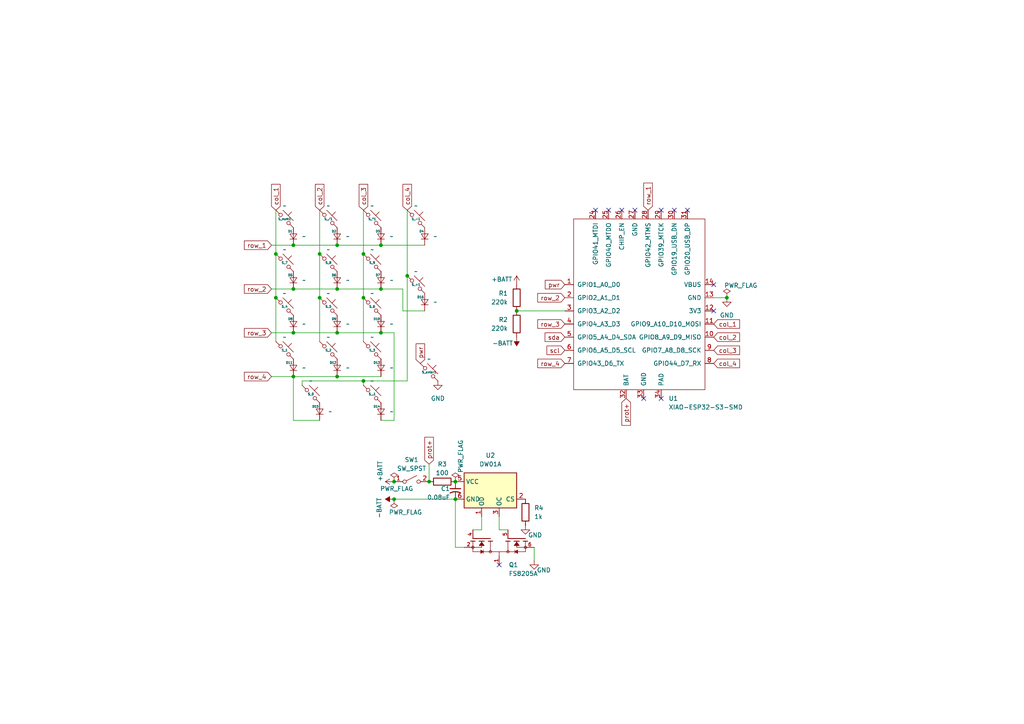
<source format=kicad_sch>
(kicad_sch (version 20250114) (generator "eeschema") (generator_version "9.0")
  (paper "A4")
  (lib_symbols
    (symbol "Battery_Management:DW01A"
      (property "Reference" "U" (at -6.604 6.35 0))
      (property "Value" "DW01A" (at 4.318 6.604 0))
      (symbol "DW01A_0_1"
        (pin power_in line (at -10.16 2.54 0) (length 2.54) (name "VCC") (number "5"))
        (pin power_in line (at -10.16 -2.54 0) (length 2.54) (name "GND") (number "6"))
        (pin output line (at -2.54 -7.62 90) (length 2.54) (name "OD") (number "1"))
        (pin output line (at 2.54 -7.62 90) (length 2.54) (name "OC") (number "3"))
        (pin input line (at 10.16 -2.54 180) (length 2.54) (name "CS") (number "2"))
      )
      (symbol "DW01A_1_1"
        (rectangle (start -7.62 5.08) (end 7.62 -5.08) (stroke (width 0.254)) (fill (type background)))
        (pin no_connect line (at 10.16 2.54 180) (length 2.54) (hide yes) (name "TD") (number "4"))
      )
    )
    (symbol "Device:C_Small_US" (pin_numbers (hide yes)) (pin_names (offset 0.254) (hide yes))
      (property "Reference" "C" (at 0.254 1.778 0))
      (property "Value" "C_Small_US" (at 0.254 -2.032 0))
      (symbol "C_Small_US_0_1"
        (polyline (pts (xy -1.524 0.508) (xy 1.524 0.508)) (stroke (width 0.3048)))
        (arc (start -1.524 -0.762) (mid 0 -0.3734) (end 1.524 -0.762) (stroke (width 0.3048)))
      )
      (symbol "C_Small_US_1_1"
        (pin passive line (at 0 2.54 270) (length 2.032) (name "~") (number "1"))
        (pin passive line (at 0 -2.54 90) (length 2.032) (name "~") (number "2"))
      )
    )
    (symbol "FS8205A:FS8205A" (pin_names (offset 1.016))
      (property "Reference" "Q" (at -11.43 7.62 0))
      (property "Value" "FS8205A" (at -11.43 -12.7 0))
      (symbol "FS8205A_0_0"
        (polyline (pts (xy -2.54 7.62) (xy -2.54 2.54)) (stroke (width 0.254)))
        (polyline (pts (xy -2.54 -2.54) (xy -2.54 -7.62)) (stroke (width 0.254)))
        (polyline (pts (xy -1.778 8.255) (xy -1.778 7.62)) (stroke (width 0.254)))
        (polyline (pts (xy -1.778 7.62) (xy -1.778 6.985)) (stroke (width 0.254)))
        (polyline (pts (xy -1.778 7.62) (xy 1.27 7.62)) (stroke (width 0.1524)))
        (polyline (pts (xy -1.778 5.842) (xy -1.778 5.08)) (stroke (width 0.254)))
        (polyline (pts (xy -1.778 5.08) (xy -1.778 4.318)) (stroke (width 0.254)))
        (polyline (pts (xy -1.778 5.08) (xy 0 5.08)) (stroke (width 0.1524)))
        (polyline (pts (xy -1.778 3.175) (xy -1.778 2.54)) (stroke (width 0.254)))
        (polyline (pts (xy -1.778 2.54) (xy -1.778 1.905)) (stroke (width 0.254)))
        (polyline (pts (xy -1.778 -1.905) (xy -1.778 -2.54)) (stroke (width 0.254)))
        (polyline (pts (xy -1.778 -2.54) (xy -1.778 -3.175)) (stroke (width 0.254)))
        (polyline (pts (xy -1.778 -2.54) (xy 1.27 -2.54)) (stroke (width 0.1524)))
        (polyline (pts (xy -1.778 -4.318) (xy -1.778 -5.08)) (stroke (width 0.254)))
        (polyline (pts (xy -1.778 -5.08) (xy -1.778 -5.842)) (stroke (width 0.254)))
        (polyline (pts (xy -1.778 -5.08) (xy 0 -5.08)) (stroke (width 0.1524)))
        (polyline (pts (xy -1.778 -6.985) (xy -1.778 -7.62)) (stroke (width 0.254)))
        (polyline (pts (xy -1.778 -7.62) (xy -1.778 -8.255)) (stroke (width 0.254)))
        (polyline (pts (xy -1.524 5.08) (xy -0.508 5.842) (xy -0.508 4.318) (xy -1.524 5.08)) (stroke (width 0.1524)) (fill (type outline)))
        (polyline (pts (xy -1.524 -5.08) (xy -0.508 -4.318) (xy -0.508 -5.842) (xy -1.524 -5.08)) (stroke (width 0.1524)) (fill (type outline)))
        (circle (center 0 7.62) (radius 0.3592))
        (polyline (pts (xy 0 7.62) (xy 0 5.08)) (stroke (width 0.1524)))
        (polyline (pts (xy 0 -5.08) (xy 0 -7.62)) (stroke (width 0.1524)))
        (polyline (pts (xy 0 -7.62) (xy -1.778 -7.62)) (stroke (width 0.1524)))
        (polyline (pts (xy 0 -7.62) (xy 1.27 -7.62)) (stroke (width 0.1524)))
        (circle (center 0 -7.62) (radius 0.3592))
        (polyline (pts (xy 0.762 4.572) (xy 1.27 4.572)) (stroke (width 0.1524)))
        (polyline (pts (xy 1.27 4.572) (xy 1.27 7.62)) (stroke (width 0.1524)))
        (polyline (pts (xy 1.27 4.572) (xy 1.778 4.572)) (stroke (width 0.1524)))
        (polyline (pts (xy 1.27 4.572) (xy 1.778 5.334) (xy 0.762 5.334) (xy 1.27 4.572)) (stroke (width 0.1524)) (fill (type outline)))
        (polyline (pts (xy 1.27 2.54) (xy -1.778 2.54)) (stroke (width 0.1524)))
        (polyline (pts (xy 1.27 2.54) (xy 1.27 4.572)) (stroke (width 0.1524)))
        (circle (center 1.27 2.54) (radius 0.3592))
        (polyline (pts (xy 1.27 0) (xy 1.27 2.54)) (stroke (width 0.1524)))
        (polyline (pts (xy 1.27 0) (xy 2.54 0)) (stroke (width 0.1524)))
        (polyline (pts (xy 1.27 -2.54) (xy 1.27 0)) (stroke (width 0.1524)))
        (polyline (pts (xy 1.27 -2.54) (xy 1.27 -4.572)) (stroke (width 0.1524)))
        (circle (center 1.27 -2.54) (radius 0.3592))
        (polyline (pts (xy 1.27 -4.572) (xy 0.762 -4.572)) (stroke (width 0.1524)))
        (polyline (pts (xy 1.27 -4.572) (xy 1.27 -7.62)) (stroke (width 0.1524)))
        (polyline (pts (xy 1.27 -4.572) (xy 0.762 -5.334) (xy 1.778 -5.334) (xy 1.27 -4.572)) (stroke (width 0.1524)) (fill (type outline)))
        (polyline (pts (xy 1.778 -4.572) (xy 1.27 -4.572)) (stroke (width 0.1524)))
        (pin passive line (at -5.08 2.54 0) (length 2.54) (name "~") (number "5"))
        (pin passive line (at -5.08 -7.62 0) (length 2.54) (name "~") (number "4"))
        (pin passive line (at 0 10.16 270) (length 2.54) (name "~") (number "6"))
        (pin passive line (at 0 10.16 270) (length 2.54) (hide yes) (name "~") (number "7"))
        (pin passive line (at 0 -10.16 90) (length 2.54) (name "~") (number "2"))
        (pin passive line (at 0 -10.16 90) (length 2.54) (hide yes) (name "~") (number "3"))
        (pin passive line (at 5.08 0 180) (length 2.54) (name "~") (number "1"))
        (pin passive line (at 5.08 0 180) (length 2.54) (hide yes) (name "~") (number "8"))
      )
    )
    (symbol "ScottoKeebs:Placeholder_Diode" (pin_numbers (hide yes)) (pin_names (hide yes))
      (property "Reference" "D" (at -0.15 1.066 0))
      (symbol "Placeholder_Diode_0_1"
        (polyline (pts (xy 0 -0.762) (xy 0 0.762)))
      )
      (symbol "Placeholder_Diode_1_1"
        (polyline (pts (xy 1.016 0.762) (xy 0 -0.762) (xy -1.016 0.762) (xy 1.016 0.762)) (stroke (width 0.1524)))
        (polyline (pts (xy 1.016 -0.762) (xy -1.016 -0.762)) (stroke (width 0.1524)))
        (pin passive line (at 0 2.54 270) (length 1.778) (name "A") (number "2"))
        (pin passive line (at 0 -2.54 90) (length 1.778) (name "K") (number "1"))
      )
    )
    (symbol "ScottoKeebs:Placeholder_Keyswitch" (pin_numbers (hide yes)) (pin_names (offset 1.016) (hide yes))
      (property "Reference" "S" (at 0 0 0))
      (symbol "Placeholder_Keyswitch_0_1"
        (polyline (pts (xy -2.54 2.54) (xy -1.524 1.524) (xy -1.524 1.524)))
        (circle (center -1.1684 1.1684) (radius 0.508))
        (polyline (pts (xy -0.508 2.54) (xy 2.54 -0.508)))
        (polyline (pts (xy 1.016 1.016) (xy 2.032 2.032)))
        (circle (center 1.143 -1.1938) (radius 0.508))
        (polyline (pts (xy 1.524 -1.524) (xy 2.54 -2.54) (xy 2.54 -2.54) (xy 2.54 -2.54)))
        (pin passive line (at -2.54 2.54 0) (length 0) (name "1") (number "1"))
        (pin passive line (at 2.54 -2.54 180) (length 0) (name "2") (number "2"))
      )
    )
    (symbol "Switch:SW_SPST" (pin_names (offset 0) (hide yes))
      (property "Reference" "SW" (at 0 3.175 0))
      (property "Value" "SW_SPST" (at 0 -2.54 0))
      (symbol "SW_SPST_0_0"
        (circle (center -2.032 0) (radius 0.508))
        (polyline (pts (xy -1.524 0.254) (xy 1.524 1.778)))
        (circle (center 2.032 0) (radius 0.508))
      )
      (symbol "SW_SPST_1_1"
        (pin passive line (at -5.08 0 0) (length 2.54) (name "A") (number "1"))
        (pin passive line (at 5.08 0 180) (length 2.54) (name "B") (number "2"))
      )
    )
    (symbol "keyboard:Placeholder_Resistor" (pin_numbers (hide yes)) (pin_names (offset 0))
      (property "Reference" "R" (at 0 2.032 0))
      (property "Value" "Resistor" (at 0 -2.54 0))
      (symbol "Placeholder_Resistor_0_1"
        (rectangle (start 2.54 -1.016) (end -2.54 1.016) (stroke (width 0.254)))
      )
      (symbol "Placeholder_Resistor_1_1"
        (pin passive line (at -3.81 0 0) (length 1.27) (name "~") (number "1"))
        (pin passive line (at 3.81 0 180) (length 1.27) (name "~") (number "2"))
      )
    )
    (symbol "power:+BATT" (power) (pin_numbers (hide yes)) (pin_names (offset 0) (hide yes))
      (property "Value" "+BATT" (at 0 3.556 0))
      (symbol "+BATT_0_1"
        (polyline (pts (xy -0.762 1.27) (xy 0 2.54)))
        (polyline (pts (xy 0 2.54) (xy 0.762 1.27)))
        (polyline (pts (xy 0 0) (xy 0 2.54)))
      )
      (symbol "+BATT_1_1"
        (pin power_in line (at 0 0 90) (length 0) (name "~") (number "1"))
      )
    )
    (symbol "power:-BATT" (power) (pin_numbers (hide yes)) (pin_names (offset 0) (hide yes))
      (property "Value" "-BATT" (at 0 3.556 0))
      (symbol "-BATT_0_1"
        (polyline (pts (xy 0 0) (xy 0 2.54)))
        (polyline (pts (xy 0.762 1.27) (xy -0.762 1.27) (xy 0 2.54) (xy 0.762 1.27)) (fill (type outline)))
      )
      (symbol "-BATT_1_1"
        (pin power_in line (at 0 0 90) (length 0) (name "~") (number "1"))
      )
    )
    (symbol "power:GND" (power) (pin_numbers (hide yes)) (pin_names (offset 0) (hide yes))
      (property "Value" "GND" (at 0 -3.81 0))
      (symbol "GND_0_1"
        (polyline (pts (xy 0 0) (xy 0 -1.27) (xy 1.27 -1.27) (xy 0 -2.54) (xy -1.27 -1.27) (xy 0 -1.27)))
      )
      (symbol "GND_1_1"
        (pin power_in line (at 0 0 270) (length 0) (name "~") (number "1"))
      )
    )
    (symbol "power:PWR_FLAG" (power) (pin_numbers (hide yes)) (pin_names (offset 0) (hide yes))
      (property "Value" "PWR_FLAG" (at 0 3.81 0))
      (symbol "PWR_FLAG_0_0"
        (pin power_out line (at 0 0 90) (length 0) (name "~") (number "1"))
      )
      (symbol "PWR_FLAG_0_1"
        (polyline (pts (xy 0 0) (xy 0 1.27) (xy -1.016 1.905) (xy 0 2.54) (xy 1.016 1.905) (xy 0 1.27)))
      )
    )
    (symbol "seeed_esp32:XIAO-ESP32-S3-SMD" (pin_names (offset 1.016))
      (property "Reference" "U" (at -18.542 23.114 0))
      (property "Value" "XIAO-ESP32-S3-SMD" (at -8.382 21.336 0))
      (symbol "XIAO-ESP32-S3-SMD_0_1"
        (rectangle (start -19.05 20.32) (end 19.05 -29.21))
      )
      (symbol "XIAO-ESP32-S3-SMD_1_0"
        (pin passive line (at -21.59 1.27 0) (length 2.54) (name "GPIO1_A0_D0") (number "1"))
        (pin passive line (at -21.59 -2.54 0) (length 2.54) (name "GPIO2_A1_D1") (number "2"))
        (pin passive line (at -21.59 -6.35 0) (length 2.54) (name "GPIO3_A2_D2") (number "3"))
        (pin passive line (at -21.59 -10.16 0) (length 2.54) (name "GPIO4_A3_D3") (number "4"))
        (pin passive line (at -21.59 -13.97 0) (length 2.54) (name "GPIO5_A4_D4_SDA") (number "5"))
        (pin passive line (at -21.59 -17.78 0) (length 2.54) (name "GPIO6_A5_D5_SCL") (number "6"))
        (pin passive line (at -21.59 -21.59 0) (length 2.54) (name "GPIO43_D6_TX") (number "7"))
        (pin passive line (at 21.59 1.27 180) (length 2.54) (name "VBUS") (number "14"))
        (pin passive line (at 21.59 -2.54 180) (length 2.54) (name "GND") (number "13"))
        (pin passive line (at 21.59 -6.35 180) (length 2.54) (name "3V3") (number "12"))
        (pin passive line (at 21.59 -10.16 180) (length 2.54) (name "GPIO9_A10_D10_MOSI") (number "11"))
        (pin passive line (at 21.59 -13.97 180) (length 2.54) (name "GPIO8_A9_D9_MISO") (number "10"))
        (pin passive line (at 21.59 -17.78 180) (length 2.54) (name "GPIO7_A8_D8_SCK") (number "9"))
        (pin passive line (at 21.59 -21.59 180) (length 2.54) (name "GPIO44_D7_RX") (number "8"))
      )
      (symbol "XIAO-ESP32-S3-SMD_1_1"
        (pin passive line (at -12.7 22.86 270) (length 2.54) (name "GPIO41_MTDI") (number "24"))
        (pin passive line (at -8.89 22.86 270) (length 2.54) (name "GPIO40_MTDO") (number "25"))
        (pin passive line (at -5.08 22.86 270) (length 2.54) (name "CHIP_EN") (number "26"))
        (pin passive line (at -3.81 -31.75 90) (length 2.54) (name "BAT") (number "32"))
        (pin passive line (at -1.27 22.86 270) (length 2.54) (name "GND") (number "27"))
        (pin passive line (at 1.27 -31.75 90) (length 2.54) (name "GND") (number "33"))
        (pin passive line (at 2.54 22.86 270) (length 2.54) (name "GPIO42_MTMS") (number "28"))
        (pin passive line (at 6.35 22.86 270) (length 2.54) (name "GPIO39_MTCK") (number "29"))
        (pin passive line (at 6.35 -31.75 90) (length 2.54) (name "PAD") (number "34"))
        (pin passive line (at 10.16 22.86 270) (length 2.54) (name "GPIO19_USB_DN") (number "30"))
        (pin passive line (at 13.97 22.86 270) (length 2.54) (name "GPIO20_USB_DP") (number "31"))
      )
    )
  )
  (junction (at 110.49 96.52))
  (junction (at 92.71 86.36))
  (junction (at 80.01 73.66))
  (junction (at 92.71 73.66))
  (junction (at 114.3 139.7))
  (junction (at 132.08 139.7))
  (junction (at 85.09 96.52))
  (junction (at 118.11 80.01))
  (junction (at 97.79 71.12))
  (junction (at 110.49 71.12))
  (junction (at 110.49 83.82))
  (junction (at 105.41 110.49))
  (junction (at 105.41 86.36))
  (junction (at 97.79 96.52))
  (junction (at 149.86 90.17))
  (junction (at 114.3 144.78))
  (junction (at 85.09 83.82))
  (junction (at 80.01 86.36))
  (junction (at 210.82 86.36))
  (junction (at 85.09 109.22))
  (junction (at 97.79 83.82))
  (junction (at 85.09 71.12))
  (junction (at 132.08 144.78))
  (junction (at 105.41 73.66))
  (junction (at 124.46 139.7))
  (junction (at 97.79 109.22))
  (no_connect (at 184.15 60.96))
  (no_connect (at 207.01 90.17))
  (no_connect (at 195.58 60.96))
  (no_connect (at 191.77 115.57))
  (no_connect (at 172.72 60.96))
  (no_connect (at 186.69 115.57))
  (no_connect (at 207.01 82.55))
  (no_connect (at 191.77 60.96))
  (no_connect (at 176.53 60.96))
  (no_connect (at 180.34 60.96))
  (no_connect (at 144.78 163.83))
  (no_connect (at 199.39 60.96))
  (wire (pts (xy 132.08 158.75) (xy 132.08 144.78)))
  (wire (pts (xy 85.09 109.22) (xy 85.09 121.92)))
  (wire (pts (xy 147.32 153.67) (xy 144.78 153.67)))
  (wire (pts (xy 134.62 158.75) (xy 132.08 158.75)))
  (wire (pts (xy 92.71 73.66) (xy 92.71 86.36)))
  (wire (pts (xy 114.3 121.92) (xy 110.49 121.92)))
  (wire (pts (xy 92.71 60.96) (xy 92.71 73.66)))
  (wire (pts (xy 139.7 153.67) (xy 139.7 149.86)))
  (wire (pts (xy 110.49 83.82) (xy 116.84 83.82)))
  (wire (pts (xy 105.41 110.49) (xy 105.41 111.76)))
  (wire (pts (xy 114.3 96.52) (xy 114.3 121.92)))
  (wire (pts (xy 149.86 90.17) (xy 163.83 90.17)))
  (wire (pts (xy 85.09 71.12) (xy 97.79 71.12)))
  (wire (pts (xy 87.63 111.76) (xy 87.63 110.49)))
  (wire (pts (xy 78.74 96.52) (xy 85.09 96.52)))
  (wire (pts (xy 118.11 110.49) (xy 105.41 110.49)))
  (wire (pts (xy 80.01 73.66) (xy 80.01 86.36)))
  (wire (pts (xy 105.41 86.36) (xy 105.41 99.06)))
  (wire (pts (xy 78.74 71.12) (xy 85.09 71.12)))
  (wire (pts (xy 78.74 83.82) (xy 85.09 83.82)))
  (wire (pts (xy 80.01 60.96) (xy 80.01 73.66)))
  (wire (pts (xy 137.16 153.67) (xy 139.7 153.67)))
  (wire (pts (xy 87.63 110.49) (xy 105.41 110.49)))
  (wire (pts (xy 114.3 144.78) (xy 132.08 144.78)))
  (wire (pts (xy 85.09 109.22) (xy 97.79 109.22)))
  (wire (pts (xy 105.41 73.66) (xy 105.41 86.36)))
  (wire (pts (xy 80.01 86.36) (xy 80.01 99.06)))
  (wire (pts (xy 97.79 109.22) (xy 110.49 109.22)))
  (wire (pts (xy 97.79 96.52) (xy 110.49 96.52)))
  (wire (pts (xy 85.09 96.52) (xy 97.79 96.52)))
  (wire (pts (xy 85.09 121.92) (xy 92.71 121.92)))
  (wire (pts (xy 207.01 86.36) (xy 210.82 86.36)))
  (wire (pts (xy 144.78 153.67) (xy 144.78 149.86)))
  (wire (pts (xy 154.94 158.75) (xy 154.94 162.56)))
  (wire (pts (xy 78.74 109.22) (xy 85.09 109.22)))
  (wire (pts (xy 110.49 71.12) (xy 123.19 71.12)))
  (wire (pts (xy 97.79 71.12) (xy 110.49 71.12)))
  (wire (pts (xy 85.09 83.82) (xy 97.79 83.82)))
  (wire (pts (xy 124.46 134.62) (xy 124.46 139.7)))
  (wire (pts (xy 97.79 83.82) (xy 110.49 83.82)))
  (wire (pts (xy 92.71 86.36) (xy 92.71 99.06)))
  (wire (pts (xy 118.11 80.01) (xy 118.11 110.49)))
  (wire (pts (xy 110.49 96.52) (xy 114.3 96.52)))
  (wire (pts (xy 105.41 60.96) (xy 105.41 73.66)))
  (wire (pts (xy 116.84 90.17) (xy 123.19 90.17)))
  (wire (pts (xy 118.11 60.96) (xy 118.11 80.01)))
  (wire (pts (xy 116.84 83.82) (xy 116.84 90.17)))
  (global_label "pwr" (shape input) (at 121.92 105.41 90) (property "Intersheetrefs" "${INTERSHEET_REFS}" (effects (hide yes))))
  (global_label "scl" (shape input) (at 163.83 101.6 180) (property "Intersheetrefs" "${INTERSHEET_REFS}" (effects (hide yes))))
  (global_label "col_3" (shape input) (at 105.41 60.96 90) (property "Intersheetrefs" "${INTERSHEET_REFS}" (effects (hide yes))))
  (global_label "prot+" (shape input) (at 181.61 115.57 270) (property "Intersheetrefs" "${INTERSHEET_REFS}" (effects (hide yes))))
  (global_label "row_2" (shape input) (at 163.83 86.36 180) (property "Intersheetrefs" "${INTERSHEET_REFS}" (effects (hide yes))))
  (global_label "row_2" (shape input) (at 78.74 83.82 180) (property "Intersheetrefs" "${INTERSHEET_REFS}" (effects (hide yes))))
  (global_label "col_2" (shape input) (at 207.01 97.79 0) (property "Intersheetrefs" "${INTERSHEET_REFS}" (effects (hide yes))))
  (global_label "col_3" (shape input) (at 207.01 101.6 0) (property "Intersheetrefs" "${INTERSHEET_REFS}" (effects (hide yes))))
  (global_label "row_4" (shape input) (at 78.74 109.22 180) (property "Intersheetrefs" "${INTERSHEET_REFS}" (effects (hide yes))))
  (global_label "row_3" (shape input) (at 78.74 96.52 180) (property "Intersheetrefs" "${INTERSHEET_REFS}" (effects (hide yes))))
  (global_label "prot+" (shape input) (at 124.46 134.62 90) (property "Intersheetrefs" "${INTERSHEET_REFS}" (effects (hide yes))))
  (global_label "pwr" (shape input) (at 163.83 82.55 180) (property "Intersheetrefs" "${INTERSHEET_REFS}" (effects (hide yes))))
  (global_label "row_1" (shape input) (at 187.96 60.96 90) (property "Intersheetrefs" "${INTERSHEET_REFS}" (effects (hide yes))))
  (global_label "row_3" (shape input) (at 163.83 93.98 180) (property "Intersheetrefs" "${INTERSHEET_REFS}" (effects (hide yes))))
  (global_label "row_1" (shape input) (at 78.74 71.12 180) (property "Intersheetrefs" "${INTERSHEET_REFS}" (effects (hide yes))))
  (global_label "col_2" (shape input) (at 92.71 60.96 90) (property "Intersheetrefs" "${INTERSHEET_REFS}" (effects (hide yes))))
  (global_label "col_4" (shape input) (at 207.01 105.41 0) (property "Intersheetrefs" "${INTERSHEET_REFS}" (effects (hide yes))))
  (global_label "col_4" (shape input) (at 118.11 60.96 90) (property "Intersheetrefs" "${INTERSHEET_REFS}" (effects (hide yes))))
  (global_label "row_4" (shape input) (at 163.83 105.41 180) (property "Intersheetrefs" "${INTERSHEET_REFS}" (effects (hide yes))))
  (global_label "sda" (shape input) (at 163.83 97.79 180) (property "Intersheetrefs" "${INTERSHEET_REFS}" (effects (hide yes))))
  (global_label "col_1" (shape input) (at 80.01 60.96 90) (property "Intersheetrefs" "${INTERSHEET_REFS}" (effects (hide yes))))
  (global_label "col_1" (shape input) (at 207.01 93.98 0) (property "Intersheetrefs" "${INTERSHEET_REFS}" (effects (hide yes))))
  (symbol (lib_id "seeed_esp32:XIAO-ESP32-S3-SMD") (at 185.42 83.82 0) (unit 1)
    (property "Reference" "U1" (at 193.9133 115.57 0) (effects (justify left)))
    (property "Value" "XIAO-ESP32-S3-SMD" (at 193.9133 118.11 0) (effects (justify left)))
    (property "Footprint" "Seeed_Studio_XIAO_Series:XIAO-ESP32-S3-SMD" (effects (hide yes)))
  )
  (symbol (lib_id "ScottoKeebs:Placeholder_Diode") (at 97.79 81.28 0) (unit 1)
    (property "Reference" "D6" (at 97.64 80.214 0) (effects (font (size 0.635 0.635) (thickness 0.127) (bold yes)) (justify right bottom)))
    (property "Value" "~" (at 100.33 81.28 0) (effects (justify left)))
  )
  (symbol (lib_id "keyboard:Placeholder_Resistor") (at 149.86 86.36 270) (mirror x) (unit 1)
    (property "Reference" "R1" (at 147.32 85.0899 90) (effects (justify right)))
    (property "Value" "220k" (at 147.32 87.6299 90) (effects (justify right)))
    (property "Description" "Resistor" (effects (hide yes)))
  )
  (symbol (lib_id "ScottoKeebs:Placeholder_Keyswitch") (at 82.55 101.6 0) (unit 1)
    (property "Reference" "S_1" (at 82.55 101.6 0) (effects (font (size 0.635 0.635) (thickness 0.127) (bold yes))))
    (property "Value" "~" (at 82.55 97.79 0))
  )
  (symbol (lib_id "ScottoKeebs:Placeholder_Diode") (at 85.09 81.28 0) (unit 1)
    (property "Reference" "D5" (at 84.94 80.214 0) (effects (font (size 0.635 0.635) (thickness 0.127) (bold yes)) (justify right bottom)))
    (property "Value" "~" (at 87.63 81.28 0) (effects (justify left)))
  )
  (symbol (lib_id "ScottoKeebs:Placeholder_Keyswitch") (at 82.55 76.2 0) (unit 1)
    (property "Reference" "S_7" (at 82.55 76.2 0) (effects (font (size 0.635 0.635) (thickness 0.127) (bold yes))))
    (property "Value" "~" (at 82.55 72.39 0))
  )
  (symbol (lib_id "power:PWR_FLAG") (at 114.3 139.7 0) (unit 1)
    (property "Reference" "#FLG01" (effects (hide yes)))
    (property "Value" "PWR_FLAG" (at 115.062 141.732 0))
    (property "Description" "Special symbol for telling ERC where power comes from" (effects (hide yes)))
  )
  (symbol (lib_id "ScottoKeebs:Placeholder_Diode") (at 110.49 68.58 0) (unit 1)
    (property "Reference" "D3" (at 110.34 67.514 0) (effects (font (size 0.635 0.635) (thickness 0.127) (bold yes)) (justify right bottom)))
    (property "Value" "~" (at 113.03 68.58 0) (effects (justify left)))
  )
  (symbol (lib_id "ScottoKeebs:Placeholder_Keyswitch") (at 95.25 76.2 0) (unit 1)
    (property "Reference" "S_8" (at 95.25 76.2 0) (effects (font (size 0.635 0.635) (thickness 0.127) (bold yes))))
    (property "Value" "~" (at 95.25 72.39 0))
  )
  (symbol (lib_id "ScottoKeebs:Placeholder_Diode") (at 85.09 68.58 0) (unit 1)
    (property "Reference" "D1" (at 84.94 67.514 0) (effects (font (size 0.635 0.635) (thickness 0.127) (bold yes)) (justify right bottom)))
    (property "Value" "~" (at 87.63 68.58 0) (effects (justify left)))
  )
  (symbol (lib_id "ScottoKeebs:Placeholder_Keyswitch") (at 107.95 114.3 0) (unit 1)
    (property "Reference" "S_.1" (at 107.95 114.3 0) (effects (font (size 0.635 0.635) (thickness 0.127) (bold yes))))
    (property "Value" "~" (at 107.95 110.49 0))
  )
  (symbol (lib_id "ScottoKeebs:Placeholder_Keyswitch") (at 107.95 76.2 0) (unit 1)
    (property "Reference" "S_9" (at 107.95 76.2 0) (effects (font (size 0.635 0.635) (thickness 0.127) (bold yes))))
    (property "Value" "~" (at 107.95 72.39 0))
  )
  (symbol (lib_id "ScottoKeebs:Placeholder_Diode") (at 110.49 106.68 0) (unit 1)
    (property "Reference" "D13" (at 110.34 105.614 0) (effects (font (size 0.635 0.635) (thickness 0.127) (bold yes)) (justify right bottom)))
    (property "Value" "~" (at 113.03 106.68 0) (effects (justify left)))
  )
  (symbol (lib_id "ScottoKeebs:Placeholder_Keyswitch") (at 82.55 88.9 0) (unit 1)
    (property "Reference" "S_4" (at 82.55 88.9 0) (effects (font (size 0.635 0.635) (thickness 0.127) (bold yes))))
    (property "Value" "~" (at 82.55 85.09 0))
  )
  (symbol (lib_id "keyboard:Placeholder_Resistor") (at 149.86 93.98 270) (mirror x) (unit 1)
    (property "Reference" "R2" (at 147.32 92.7099 90) (effects (justify right)))
    (property "Value" "220k" (at 147.32 95.2499 90) (effects (justify right)))
    (property "Description" "Resistor" (effects (hide yes)))
  )
  (symbol (lib_id "power:+BATT") (at 149.86 82.55 0) (unit 1)
    (property "Reference" "#PWR05" (effects (hide yes)))
    (property "Value" "+BATT" (at 145.542 81.026 0))
    (property "Description" "Power symbol creates a global label with name \"+BATT\"" (effects (hide yes)))
  )
  (symbol (lib_id "keyboard:Placeholder_Resistor") (at 152.4 148.59 90) (unit 1)
    (property "Reference" "R4" (at 154.94 147.3199 90) (effects (justify right)))
    (property "Value" "1k" (at 154.94 149.8599 90) (effects (justify right)))
    (property "Description" "Resistor" (effects (hide yes)))
  )
  (symbol (lib_id "ScottoKeebs:Placeholder_Diode") (at 85.09 93.98 0) (unit 1)
    (property "Reference" "D8" (at 84.94 92.914 0) (effects (font (size 0.635 0.635) (thickness 0.127) (bold yes)) (justify right bottom)))
    (property "Value" "~" (at 87.63 93.98 0) (effects (justify left)))
  )
  (symbol (lib_id "ScottoKeebs:Placeholder_Diode") (at 110.49 81.28 0) (unit 1)
    (property "Reference" "D7" (at 110.34 80.214 0) (effects (font (size 0.635 0.635) (thickness 0.127) (bold yes)) (justify right bottom)))
    (property "Value" "~" (at 113.03 81.28 0) (effects (justify left)))
  )
  (symbol (lib_id "power:GND") (at 154.94 162.56 0) (unit 1)
    (property "Reference" "#PWR08" (effects (hide yes)))
    (property "Value" "GND" (at 157.734 165.354 0))
    (property "Description" "Power symbol creates a global label with name \"GND\" , ground" (effects (hide yes)))
  )
  (symbol (lib_id "power:GND") (at 210.82 86.36 0) (unit 1)
    (property "Reference" "#PWR02" (effects (hide yes)))
    (property "Value" "GND" (at 210.82 91.44 0))
    (property "Description" "Power symbol creates a global label with name \"GND\" , ground" (effects (hide yes)))
  )
  (symbol (lib_id "ScottoKeebs:Placeholder_Keyswitch") (at 120.65 63.5 0) (unit 1)
    (property "Reference" "S_-1" (at 120.65 63.5 0) (effects (font (size 0.635 0.635) (thickness 0.127) (bold yes))))
    (property "Value" "~" (at 120.65 59.69 0))
  )
  (symbol (lib_id "ScottoKeebs:Placeholder_Diode") (at 123.19 87.63 0) (unit 1)
    (property "Reference" "D16" (at 123.04 86.564 0) (effects (font (size 0.635 0.635) (thickness 0.127) (bold yes)) (justify right bottom)))
    (property "Value" "~" (at 125.73 87.63 0) (effects (justify left)))
  )
  (symbol (lib_id "FS8205A:FS8205A") (at 144.78 158.75 270) (unit 1)
    (property "Reference" "Q1" (at 147.5487 163.83 90) (effects (justify left)))
    (property "Value" "FS8205A" (at 147.5487 166.37 90) (effects (justify left)))
    (property "Footprint" "FS8205A:SOP65P640X120-8N" (effects (hide yes)))
    (property "MF" "Fortune Semiconductor" (effects (hide yes)))
    (property "MAXIMUM_PACKAGE_HEIGHT" "1.2mm" (effects (hide yes)))
    (property "Package" "Package" (effects (hide yes)))
    (property "Price" "None" (effects (hide yes)))
    (property "Check_prices" "https://www.snapeda.com/parts/FS8205A/Fortune+Semiconductor/view-part/?ref=eda" (effects (hide yes)))
    (property "STANDARD" "IPC 7351B" (effects (hide yes)))
    (property "PARTREV" "1.7" (effects (hide yes)))
    (property "SnapEDA_Link" "https://www.snapeda.com/parts/FS8205A/Fortune+Semiconductor/view-part/?ref=snap" (effects (hide yes)))
    (property "MP" "FS8205A" (effects (hide yes)))
    (property "Availability" "In Stock" (effects (hide yes)))
    (property "MANUFACTURER" "Fortune Semiconductor" (effects (hide yes)))
  )
  (symbol (lib_id "ScottoKeebs:Placeholder_Keyswitch") (at 124.46 107.95 0) (unit 1)
    (property "Reference" "S_enter1" (at 124.46 107.95 0) (effects (font (size 0.635 0.635) (thickness 0.127) (bold yes))))
    (property "Value" "~" (at 124.46 104.14 0))
  )
  (symbol (lib_id "ScottoKeebs:Placeholder_Keyswitch") (at 107.95 88.9 0) (unit 1)
    (property "Reference" "S_6" (at 107.95 88.9 0) (effects (font (size 0.635 0.635) (thickness 0.127) (bold yes))))
    (property "Value" "~" (at 107.95 85.09 0))
  )
  (symbol (lib_id "ScottoKeebs:Placeholder_Keyswitch") (at 95.25 88.9 0) (unit 1)
    (property "Reference" "S_5" (at 95.25 88.9 0) (effects (font (size 0.635 0.635) (thickness 0.127) (bold yes))))
    (property "Value" "~" (at 95.25 85.09 0))
  )
  (symbol (lib_id "ScottoKeebs:Placeholder_Keyswitch") (at 90.17 114.3 0) (unit 1)
    (property "Reference" "S_0" (at 90.17 114.3 0) (effects (font (size 0.635 0.635) (thickness 0.127) (bold yes))))
    (property "Value" "~" (at 90.17 110.49 0))
  )
  (symbol (lib_id "ScottoKeebs:Placeholder_Diode") (at 97.79 93.98 0) (unit 1)
    (property "Reference" "D9" (at 97.64 92.914 0) (effects (font (size 0.635 0.635) (thickness 0.127) (bold yes)) (justify right bottom)))
    (property "Value" "~" (at 100.33 93.98 0) (effects (justify left)))
  )
  (symbol (lib_id "power:-BATT") (at 149.86 97.79 0) (mirror x) (unit 1)
    (property "Reference" "#PWR06" (effects (hide yes)))
    (property "Value" "-BATT" (at 145.796 99.568 0))
    (property "Description" "Power symbol creates a global label with name \"-BATT\"" (effects (hide yes)))
  )
  (symbol (lib_id "ScottoKeebs:Placeholder_Diode") (at 110.49 93.98 0) (unit 1)
    (property "Reference" "D10" (at 110.34 92.914 0) (effects (font (size 0.635 0.635) (thickness 0.127) (bold yes)) (justify right bottom)))
    (property "Value" "~" (at 113.03 93.98 0) (effects (justify left)))
  )
  (symbol (lib_id "ScottoKeebs:Placeholder_Keyswitch") (at 107.95 101.6 0) (unit 1)
    (property "Reference" "S_3" (at 107.95 101.6 0) (effects (font (size 0.635 0.635) (thickness 0.127) (bold yes))))
    (property "Value" "~" (at 107.95 97.79 0))
  )
  (symbol (lib_id "Switch:SW_SPST") (at 119.38 139.7 0) (unit 1)
    (property "Reference" "SW1" (at 119.38 133.35 0))
    (property "Value" "SW_SPST" (at 119.38 135.89 0))
    (property "Description" "Single Pole Single Throw (SPST) switch" (effects (hide yes)))
  )
  (symbol (lib_id "ScottoKeebs:Placeholder_Diode") (at 110.49 119.38 0) (unit 1)
    (property "Reference" "D14" (at 110.34 118.314 0) (effects (font (size 0.635 0.635) (thickness 0.127) (bold yes)) (justify right bottom)))
    (property "Value" "~" (at 113.03 119.38 0) (effects (justify left)))
  )
  (symbol (lib_id "ScottoKeebs:Placeholder_Keyswitch") (at 107.95 63.5 0) (unit 1)
    (property "Reference" "S_*1" (at 107.95 63.5 0) (effects (font (size 0.635 0.635) (thickness 0.127) (bold yes))))
    (property "Value" "~" (at 107.95 59.69 0))
  )
  (symbol (lib_id "power:GND") (at 127 110.49 0) (unit 1)
    (property "Reference" "#PWR01" (effects (hide yes)))
    (property "Value" "GND" (at 127 115.57 0))
    (property "Description" "Power symbol creates a global label with name \"GND\" , ground" (effects (hide yes)))
  )
  (symbol (lib_id "ScottoKeebs:Placeholder_Diode") (at 97.79 68.58 0) (unit 1)
    (property "Reference" "D2" (at 97.64 67.514 0) (effects (font (size 0.635 0.635) (thickness 0.127) (bold yes)) (justify right bottom)))
    (property "Value" "~" (at 100.33 68.58 0) (effects (justify left)))
  )
  (symbol (lib_id "power:PWR_FLAG") (at 132.08 139.7 0) (unit 1)
    (property "Reference" "#FLG05" (effects (hide yes)))
    (property "Value" "PWR_FLAG" (at 133.604 132.334 90))
    (property "Description" "Special symbol for telling ERC where power comes from" (effects (hide yes)))
  )
  (symbol (lib_id "power:PWR_FLAG") (at 114.3 144.78 180) (unit 1)
    (property "Reference" "#FLG02" (effects (hide yes)))
    (property "Value" "PWR_FLAG" (at 117.602 148.59 0))
    (property "Description" "Special symbol for telling ERC where power comes from" (effects (hide yes)))
  )
  (symbol (lib_id "ScottoKeebs:Placeholder_Diode") (at 123.19 68.58 0) (unit 1)
    (property "Reference" "D4" (at 123.04 67.514 0) (effects (font (size 0.635 0.635) (thickness 0.127) (bold yes)) (justify right bottom)))
    (property "Value" "~" (at 125.73 68.58 0) (effects (justify left)))
  )
  (symbol (lib_id "Device:C_Small_US") (at 132.08 142.24 0) (unit 1)
    (property "Reference" "C1" (at 130.556 141.732 0) (effects (justify right)))
    (property "Value" "0.08uF" (at 130.556 144.272 0) (effects (justify right)))
    (property "Description" "capacitor, small US symbol" (effects (hide yes)))
  )
  (symbol (lib_id "keyboard:Placeholder_Resistor") (at 128.27 139.7 0) (unit 1)
    (property "Reference" "R3" (at 128.27 134.62 0))
    (property "Value" "100" (at 128.27 137.16 0))
    (property "Description" "Resistor" (effects (hide yes)))
  )
  (symbol (lib_id "ScottoKeebs:Placeholder_Diode") (at 97.79 106.68 0) (unit 1)
    (property "Reference" "D12" (at 97.64 105.614 0) (effects (font (size 0.635 0.635) (thickness 0.127) (bold yes)) (justify right bottom)))
    (property "Value" "~" (at 100.33 106.68 0) (effects (justify left)))
  )
  (symbol (lib_id "power:PWR_FLAG") (at 210.82 86.36 0) (unit 1)
    (property "Reference" "#FLG04" (effects (hide yes)))
    (property "Value" "PWR_FLAG" (at 214.884 82.804 0))
    (property "Description" "Special symbol for telling ERC where power comes from" (effects (hide yes)))
  )
  (symbol (lib_id "ScottoKeebs:Placeholder_Keyswitch") (at 95.25 101.6 0) (unit 1)
    (property "Reference" "S_2" (at 95.25 101.6 0) (effects (font (size 0.635 0.635) (thickness 0.127) (bold yes))))
    (property "Value" "~" (at 95.25 97.79 0))
  )
  (symbol (lib_id "Battery_Management:DW01A") (at 142.24 142.24 0) (unit 1)
    (property "Reference" "U2" (at 142.24 132.08 0))
    (property "Value" "DW01A" (at 142.24 134.62 0))
    (property "Footprint" "Package_TO_SOT_SMD:SOT-23-6" (effects (hide yes)))
    (property "Datasheet" "https://hmsemi.com/downfile/DW01A.PDF" (effects (hide yes)))
    (property "Description" "Overcharge, overcurrent and overdischarge protection IC for single cell lithium-ion/polymer battery" (effects (hide yes)))
  )
  (symbol (lib_id "power:-BATT") (at 114.3 144.78 90) (unit 1)
    (property "Reference" "#PWR04" (effects (hide yes)))
    (property "Value" "-BATT" (at 109.982 147.32 0))
    (property "Description" "Power symbol creates a global label with name \"-BATT\"" (effects (hide yes)))
  )
  (symbol (lib_id "power:GND") (at 152.4 152.4 0) (unit 1)
    (property "Reference" "#PWR07" (effects (hide yes)))
    (property "Value" "GND" (at 155.194 155.194 0))
    (property "Description" "Power symbol creates a global label with name \"GND\" , ground" (effects (hide yes)))
  )
  (symbol (lib_id "ScottoKeebs:Placeholder_Keyswitch") (at 120.65 82.55 0) (unit 1)
    (property "Reference" "S_+1" (at 120.65 82.55 0) (effects (font (size 0.635 0.635) (thickness 0.127) (bold yes))))
    (property "Value" "~" (at 120.65 78.74 0))
  )
  (symbol (lib_id "power:+BATT") (at 114.3 139.7 90) (unit 1)
    (property "Reference" "#PWR03" (effects (hide yes)))
    (property "Value" "+BATT" (at 110.236 136.652 0))
    (property "Description" "Power symbol creates a global label with name \"+BATT\"" (effects (hide yes)))
  )
  (symbol (lib_id "ScottoKeebs:Placeholder_Diode") (at 85.09 106.68 0) (unit 1)
    (property "Reference" "D11" (at 84.94 105.614 0) (effects (font (size 0.635 0.635) (thickness 0.127) (bold yes)) (justify right bottom)))
    (property "Value" "~" (at 87.63 106.68 0) (effects (justify left)))
  )
  (symbol (lib_id "ScottoKeebs:Placeholder_Keyswitch") (at 82.55 63.5 0) (unit 1)
    (property "Reference" "S_num1" (at 82.55 63.5 0) (effects (font (size 0.635 0.635) (thickness 0.127) (bold yes))))
    (property "Value" "~" (at 82.55 59.69 0))
  )
  (symbol (lib_id "ScottoKeebs:Placeholder_Keyswitch") (at 95.25 63.5 0) (unit 1)
    (property "Reference" "S_/1" (at 95.25 63.5 0) (effects (font (size 0.635 0.635) (thickness 0.127) (bold yes))))
    (property "Value" "~" (at 95.25 59.69 0))
  )
  (symbol (lib_id "ScottoKeebs:Placeholder_Diode") (at 92.71 119.38 0) (unit 1)
    (property "Reference" "D15" (at 92.56 118.314 0) (effects (font (size 0.635 0.635) (thickness 0.127) (bold yes)) (justify right bottom)))
    (property "Value" "~" (at 95.25 119.38 0) (effects (justify left)))
  )
)
</source>
